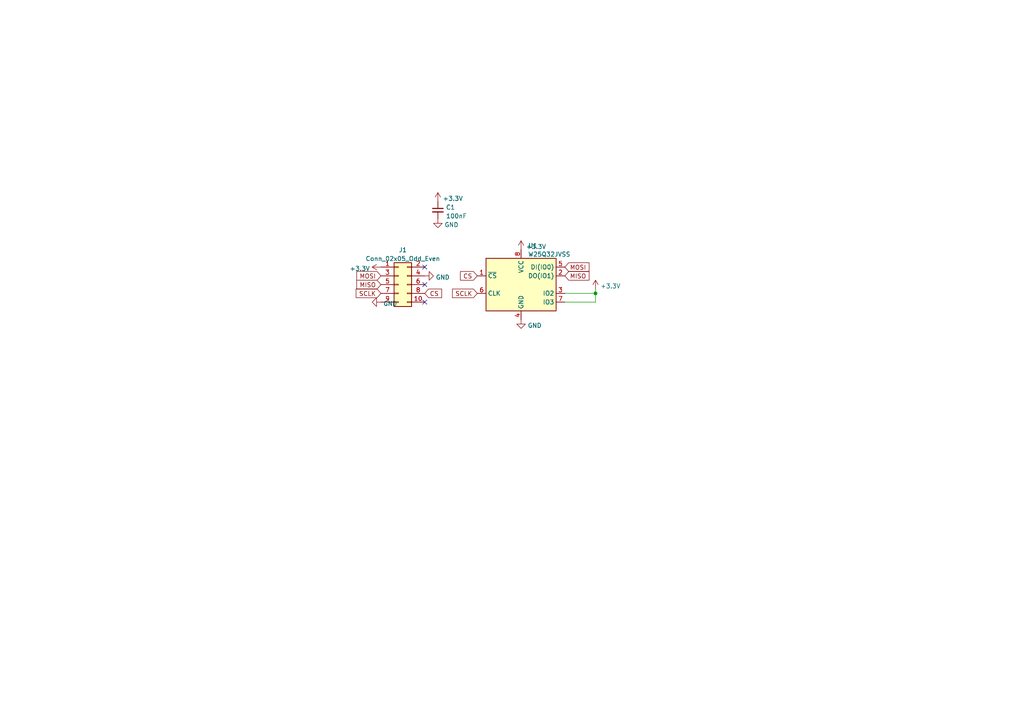
<source format=kicad_sch>
(kicad_sch (version 20211123) (generator eeschema)
  (paper "A4")
  (lib_symbols
    (symbol "Connector_Generic:Conn_02x05_Odd_Even" (pin_names (offset 1.016) hide)
      (property "Reference" "J" (at 1.27 7.62 0))
      (property "Value" "Conn_02x05_Odd_Even" (at 1.27 -7.62 0))
      (symbol "Conn_02x05_Odd_Even_1_1"
        (rectangle (start -1.27 -4.953) (end 0 -5.207) (stroke (width 0.1524)))
        (rectangle (start -1.27 -2.413) (end 0 -2.667) (stroke (width 0.1524)))
        (rectangle (start -1.27 0.127) (end 0 -0.127) (stroke (width 0.1524)))
        (rectangle (start -1.27 2.667) (end 0 2.413) (stroke (width 0.1524)))
        (rectangle (start -1.27 5.207) (end 0 4.953) (stroke (width 0.1524)))
        (rectangle (start -1.27 6.35) (end 3.81 -6.35) (stroke (width 0.254)) (fill (type background)))
        (rectangle (start 3.81 -4.953) (end 2.54 -5.207) (stroke (width 0.1524)))
        (rectangle (start 3.81 -2.413) (end 2.54 -2.667) (stroke (width 0.1524)))
        (rectangle (start 3.81 0.127) (end 2.54 -0.127) (stroke (width 0.1524)))
        (rectangle (start 3.81 2.667) (end 2.54 2.413) (stroke (width 0.1524)))
        (rectangle (start 3.81 5.207) (end 2.54 4.953) (stroke (width 0.1524)))
        (pin passive line (at -5.08 5.08 0) (length 3.81) (name "Pin_1") (number "1"))
        (pin passive line (at 7.62 -5.08 180) (length 3.81) (name "Pin_10") (number "10"))
        (pin passive line (at 7.62 5.08 180) (length 3.81) (name "Pin_2") (number "2"))
        (pin passive line (at -5.08 2.54 0) (length 3.81) (name "Pin_3") (number "3"))
        (pin passive line (at 7.62 2.54 180) (length 3.81) (name "Pin_4") (number "4"))
        (pin passive line (at -5.08 0 0) (length 3.81) (name "Pin_5") (number "5"))
        (pin passive line (at 7.62 0 180) (length 3.81) (name "Pin_6") (number "6"))
        (pin passive line (at -5.08 -2.54 0) (length 3.81) (name "Pin_7") (number "7"))
        (pin passive line (at 7.62 -2.54 180) (length 3.81) (name "Pin_8") (number "8"))
        (pin passive line (at -5.08 -5.08 0) (length 3.81) (name "Pin_9") (number "9"))
      )
    )
    (symbol "Device:C_Small" (pin_numbers hide) (pin_names (offset 0.254) hide)
      (property "Reference" "C" (at 0.254 1.778 0))
      (property "Value" "C_Small" (at 0.254 -2.032 0))
      (symbol "C_Small_0_1"
        (polyline (pts (xy -1.524 -0.508) (xy 1.524 -0.508)) (stroke (width 0.3302)))
        (polyline (pts (xy -1.524 0.508) (xy 1.524 0.508)) (stroke (width 0.3048)))
      )
      (symbol "C_Small_1_1"
        (pin passive line (at 0 2.54 270) (length 2.032) (name "~") (number "1"))
        (pin passive line (at 0 -2.54 90) (length 2.032) (name "~") (number "2"))
      )
    )
    (symbol "Memory_Flash:W25Q32JVSS"
      (property "Reference" "U" (at -8.89 8.89 0))
      (property "Value" "W25Q32JVSS" (at 7.62 8.89 0))
      (symbol "W25Q32JVSS_0_1"
        (rectangle (start -10.16 7.62) (end 10.16 -7.62) (stroke (width 0.254)) (fill (type background)))
      )
      (symbol "W25Q32JVSS_1_1"
        (pin input line (at -12.7 2.54 0) (length 2.54) (name "~{CS}") (number "1"))
        (pin bidirectional line (at 12.7 2.54 180) (length 2.54) (name "DO(IO1)") (number "2"))
        (pin bidirectional line (at 12.7 -2.54 180) (length 2.54) (name "IO2") (number "3"))
        (pin power_in line (at 0 -10.16 90) (length 2.54) (name "GND") (number "4"))
        (pin bidirectional line (at 12.7 5.08 180) (length 2.54) (name "DI(IO0)") (number "5"))
        (pin input line (at -12.7 -2.54 0) (length 2.54) (name "CLK") (number "6"))
        (pin bidirectional line (at 12.7 -5.08 180) (length 2.54) (name "IO3") (number "7"))
        (pin power_in line (at 0 10.16 270) (length 2.54) (name "VCC") (number "8"))
      )
    )
    (symbol "power:+3.3V" (power) (pin_names (offset 0))
      (property "Value" "+3.3V" (at 0 3.556 0))
      (symbol "+3.3V_0_1"
        (polyline (pts (xy -0.762 1.27) (xy 0 2.54)))
        (polyline (pts (xy 0 0) (xy 0 2.54)))
        (polyline (pts (xy 0 2.54) (xy 0.762 1.27)))
      )
      (symbol "+3.3V_1_1"
        (pin power_in line (at 0 0 90) (length 0) hide (name "+3.3V") (number "1"))
      )
    )
    (symbol "power:GND" (power) (pin_names (offset 0))
      (property "Value" "GND" (at 0 -3.81 0))
      (symbol "GND_0_1"
        (polyline (pts (xy 0 0) (xy 0 -1.27) (xy 1.27 -1.27) (xy 0 -2.54) (xy -1.27 -1.27) (xy 0 -1.27)))
      )
      (symbol "GND_1_1"
        (pin power_in line (at 0 0 270) (length 0) hide (name "GND") (number "1"))
      )
    )
  )
  (junction (at 172.72 85.09))
  (no_connect (at 123.19 82.55))
  (no_connect (at 123.19 77.47))
  (no_connect (at 123.19 87.63))
  (wire (pts (xy 172.72 87.63) (xy 172.72 85.09)))
  (wire (pts (xy 172.72 85.09) (xy 172.72 83.82)))
  (wire (pts (xy 163.83 85.09) (xy 172.72 85.09)))
  (wire (pts (xy 163.83 87.63) (xy 172.72 87.63)))
  (global_label "SCLK" (shape input) (at 138.43 85.09 180) (property "Intersheet References" "${INTERSHEET_REFS}" (effects hide)))
  (global_label "MISO" (shape input) (at 163.83 80.01 0) (property "Intersheet References" "${INTERSHEET_REFS}" (effects hide)))
  (global_label "MOSI" (shape input) (at 110.49 80.01 180) (property "Intersheet References" "${INTERSHEET_REFS}" (effects hide)))
  (global_label "CS" (shape input) (at 123.19 85.09 0) (property "Intersheet References" "${INTERSHEET_REFS}" (effects hide)))
  (global_label "MOSI" (shape input) (at 163.83 77.47 0) (property "Intersheet References" "${INTERSHEET_REFS}" (effects hide)))
  (global_label "MISO" (shape input) (at 110.49 82.55 180) (property "Intersheet References" "${INTERSHEET_REFS}" (effects hide)))
  (global_label "CS" (shape input) (at 138.43 80.01 180) (property "Intersheet References" "${INTERSHEET_REFS}" (effects hide)))
  (global_label "SCLK" (shape input) (at 110.49 85.09 180) (property "Intersheet References" "${INTERSHEET_REFS}" (effects hide)))
  (symbol (lib_id "Memory_Flash:W25Q32JVSS") (at 151.13 82.55 0) (unit 1)
    (property "Reference" "U1" (at 153.1494 71.2302 0) (effects (justify left)))
    (property "Value" "W25Q32JVSS" (at 153.1494 73.7671 0) (effects (justify left)))
    (property "Footprint" "Package_SO:SOIC-8_5.23x5.23mm_P1.27mm" (effects hide))
    (property "Datasheet" "http://www.winbond.com/resource-files/w25q32jv%20revg%2003272018%20plus.pdf" (effects hide))
  )
  (symbol (lib_id "power:+3.3V") (at 151.13 72.39 0) (unit 1)
    (property "Reference" "#PWR0102" (effects hide))
    (property "Value" "+3.3V" (at 152.527 71.5538 0) (effects (justify left)))
  )
  (symbol (lib_id "power:GND") (at 123.19 80.01 90) (unit 1)
    (property "Reference" "#PWR0106" (effects hide))
    (property "Value" "GND" (at 126.365 80.4438 90) (effects (justify right)))
  )
  (symbol (lib_id "power:GND") (at 110.49 87.63 270) (unit 1)
    (property "Reference" "#PWR0103" (effects hide))
    (property "Value" "GND" (at 111.125 88.0638 90) (effects (justify left)))
  )
  (symbol (lib_id "power:GND") (at 127 63.5 0) (unit 1)
    (property "Reference" "#PWR0107" (effects hide))
    (property "Value" "GND" (at 128.905 65.2038 0) (effects (justify left)))
  )
  (symbol (lib_id "power:GND") (at 151.13 92.71 0) (unit 1)
    (property "Reference" "#PWR0101" (effects hide))
    (property "Value" "GND" (at 153.035 94.4138 0) (effects (justify left)))
  )
  (symbol (lib_id "power:+3.3V") (at 127 58.42 0) (unit 1)
    (property "Reference" "#PWR0108" (effects hide))
    (property "Value" "+3.3V" (at 128.397 57.5838 0) (effects (justify left)))
  )
  (symbol (lib_id "Connector_Generic:Conn_02x05_Odd_Even") (at 115.57 82.55 0) (unit 1)
    (property "Reference" "J1" (at 116.84 72.5002 0))
    (property "Value" "Conn_02x05_Odd_Even" (at 116.84 75.0371 0))
    (property "Footprint" "Connector_PinHeader_2.54mm:PinHeader_2x05_P2.54mm_Vertical" (effects hide))
  )
  (symbol (lib_id "power:+3.3V") (at 172.72 83.82 0) (unit 1)
    (property "Reference" "#PWR0105" (effects hide))
    (property "Value" "+3.3V" (at 174.117 82.9838 0) (effects (justify left)))
  )
  (symbol (lib_id "Device:C_Small") (at 127 60.96 0) (unit 1)
    (property "Reference" "C1" (at 129.3241 60.1316 0) (effects (justify left)))
    (property "Value" "100nF" (at 129.3241 62.6685 0) (effects (justify left)))
    (property "Footprint" "Capacitor_SMD:C_0603_1608Metric" (effects hide))
  )
  (symbol (lib_id "power:+3.3V") (at 110.49 77.47 90) (unit 1)
    (property "Reference" "#PWR0104" (effects hide))
    (property "Value" "+3.3V" (at 107.315 77.9038 90) (effects (justify left)))
  )
)
</source>
